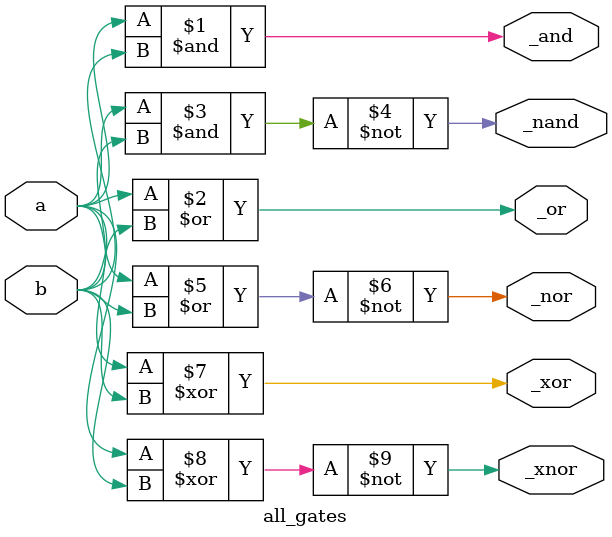
<source format=v>
`timescale 1ns / 1ps


module all_gates(
    input a,b,
    output _and,_or,_nand,_nor,_xor,_xnor
    );
    assign _and=a&b;
    assign _or=a|b;
    assign _nand=~(a&b);
    assign _nor=~(a|b);
    assign _xor=(a^b);
    assign _xnor=~(a^b);
endmodule

</source>
